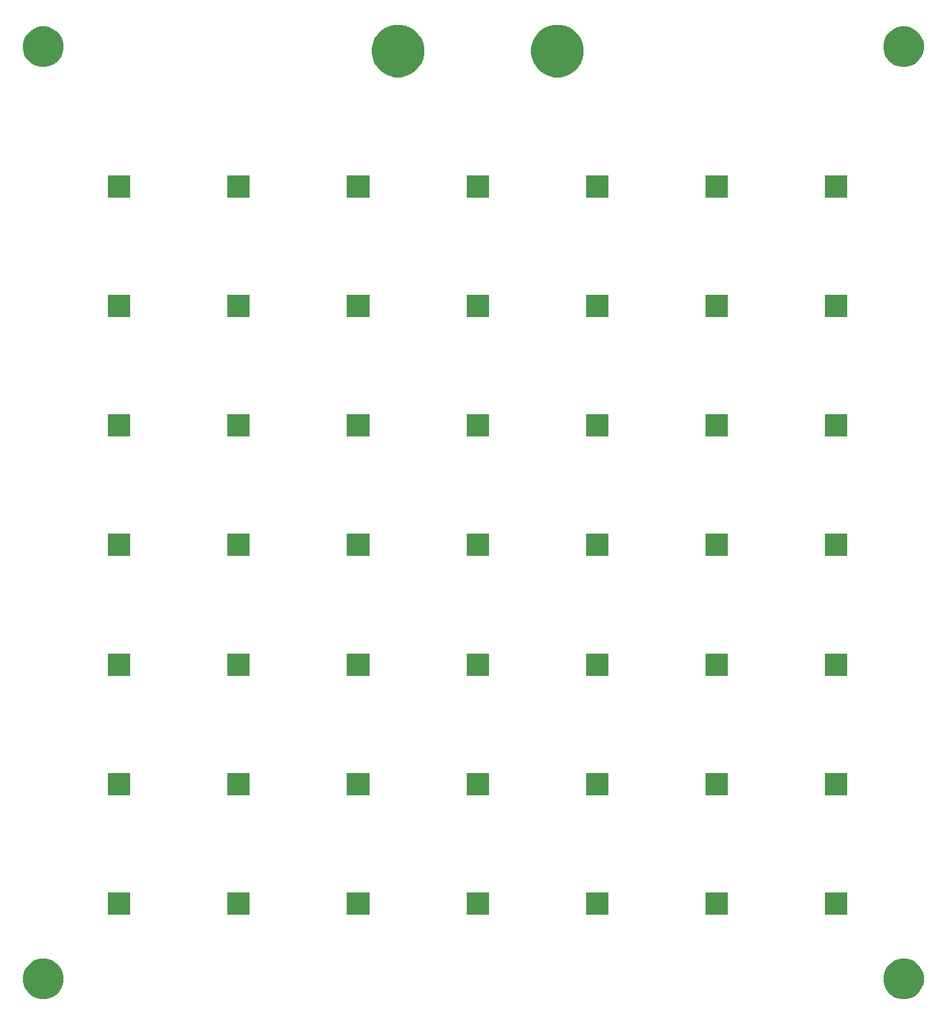
<source format=gbr>
G04 #@! TF.GenerationSoftware,KiCad,Pcbnew,(5.1.4)-1*
G04 #@! TF.CreationDate,2020-03-11T17:01:30-07:00*
G04 #@! TF.ProjectId,mouse led array,6d6f7573-6520-46c6-9564-206172726179,rev?*
G04 #@! TF.SameCoordinates,Original*
G04 #@! TF.FileFunction,Soldermask,Top*
G04 #@! TF.FilePolarity,Negative*
%FSLAX46Y46*%
G04 Gerber Fmt 4.6, Leading zero omitted, Abs format (unit mm)*
G04 Created by KiCad (PCBNEW (5.1.4)-1) date 2020-03-11 17:01:30*
%MOMM*%
%LPD*%
G04 APERTURE LIST*
%ADD10C,0.100000*%
G04 APERTURE END LIST*
D10*
G36*
X144744098Y-140547033D02*
G01*
X145208350Y-140739332D01*
X145208352Y-140739333D01*
X145626168Y-141018509D01*
X145981491Y-141373832D01*
X146260667Y-141791648D01*
X146260668Y-141791650D01*
X146452967Y-142255902D01*
X146551000Y-142748747D01*
X146551000Y-143251253D01*
X146452967Y-143744098D01*
X146260668Y-144208350D01*
X146260667Y-144208352D01*
X145981491Y-144626168D01*
X145626168Y-144981491D01*
X145208352Y-145260667D01*
X145208351Y-145260668D01*
X145208350Y-145260668D01*
X144744098Y-145452967D01*
X144251253Y-145551000D01*
X143748747Y-145551000D01*
X143255902Y-145452967D01*
X142791650Y-145260668D01*
X142791649Y-145260668D01*
X142791648Y-145260667D01*
X142373832Y-144981491D01*
X142018509Y-144626168D01*
X141739333Y-144208352D01*
X141739332Y-144208350D01*
X141547033Y-143744098D01*
X141449000Y-143251253D01*
X141449000Y-142748747D01*
X141547033Y-142255902D01*
X141739332Y-141791650D01*
X141739333Y-141791648D01*
X142018509Y-141373832D01*
X142373832Y-141018509D01*
X142791648Y-140739333D01*
X142791650Y-140739332D01*
X143255902Y-140547033D01*
X143748747Y-140449000D01*
X144251253Y-140449000D01*
X144744098Y-140547033D01*
X144744098Y-140547033D01*
G37*
G36*
X36744098Y-140547033D02*
G01*
X37208350Y-140739332D01*
X37208352Y-140739333D01*
X37626168Y-141018509D01*
X37981491Y-141373832D01*
X38260667Y-141791648D01*
X38260668Y-141791650D01*
X38452967Y-142255902D01*
X38551000Y-142748747D01*
X38551000Y-143251253D01*
X38452967Y-143744098D01*
X38260668Y-144208350D01*
X38260667Y-144208352D01*
X37981491Y-144626168D01*
X37626168Y-144981491D01*
X37208352Y-145260667D01*
X37208351Y-145260668D01*
X37208350Y-145260668D01*
X36744098Y-145452967D01*
X36251253Y-145551000D01*
X35748747Y-145551000D01*
X35255902Y-145452967D01*
X34791650Y-145260668D01*
X34791649Y-145260668D01*
X34791648Y-145260667D01*
X34373832Y-144981491D01*
X34018509Y-144626168D01*
X33739333Y-144208352D01*
X33739332Y-144208350D01*
X33547033Y-143744098D01*
X33449000Y-143251253D01*
X33449000Y-142748747D01*
X33547033Y-142255902D01*
X33739332Y-141791650D01*
X33739333Y-141791648D01*
X34018509Y-141373832D01*
X34373832Y-141018509D01*
X34791648Y-140739333D01*
X34791650Y-140739332D01*
X35255902Y-140547033D01*
X35748747Y-140449000D01*
X36251253Y-140449000D01*
X36744098Y-140547033D01*
X36744098Y-140547033D01*
G37*
G36*
X136925000Y-134941000D02*
G01*
X134123000Y-134941000D01*
X134123000Y-132139000D01*
X136925000Y-132139000D01*
X136925000Y-134941000D01*
X136925000Y-134941000D01*
G37*
G36*
X46925000Y-134941000D02*
G01*
X44123000Y-134941000D01*
X44123000Y-132139000D01*
X46925000Y-132139000D01*
X46925000Y-134941000D01*
X46925000Y-134941000D01*
G37*
G36*
X61925000Y-134941000D02*
G01*
X59123000Y-134941000D01*
X59123000Y-132139000D01*
X61925000Y-132139000D01*
X61925000Y-134941000D01*
X61925000Y-134941000D01*
G37*
G36*
X76925000Y-134941000D02*
G01*
X74123000Y-134941000D01*
X74123000Y-132139000D01*
X76925000Y-132139000D01*
X76925000Y-134941000D01*
X76925000Y-134941000D01*
G37*
G36*
X91925000Y-134941000D02*
G01*
X89123000Y-134941000D01*
X89123000Y-132139000D01*
X91925000Y-132139000D01*
X91925000Y-134941000D01*
X91925000Y-134941000D01*
G37*
G36*
X121925000Y-134941000D02*
G01*
X119123000Y-134941000D01*
X119123000Y-132139000D01*
X121925000Y-132139000D01*
X121925000Y-134941000D01*
X121925000Y-134941000D01*
G37*
G36*
X106925000Y-134941000D02*
G01*
X104123000Y-134941000D01*
X104123000Y-132139000D01*
X106925000Y-132139000D01*
X106925000Y-134941000D01*
X106925000Y-134941000D01*
G37*
G36*
X76925000Y-119941000D02*
G01*
X74123000Y-119941000D01*
X74123000Y-117139000D01*
X76925000Y-117139000D01*
X76925000Y-119941000D01*
X76925000Y-119941000D01*
G37*
G36*
X136925000Y-119941000D02*
G01*
X134123000Y-119941000D01*
X134123000Y-117139000D01*
X136925000Y-117139000D01*
X136925000Y-119941000D01*
X136925000Y-119941000D01*
G37*
G36*
X121925000Y-119941000D02*
G01*
X119123000Y-119941000D01*
X119123000Y-117139000D01*
X121925000Y-117139000D01*
X121925000Y-119941000D01*
X121925000Y-119941000D01*
G37*
G36*
X106925000Y-119941000D02*
G01*
X104123000Y-119941000D01*
X104123000Y-117139000D01*
X106925000Y-117139000D01*
X106925000Y-119941000D01*
X106925000Y-119941000D01*
G37*
G36*
X46925000Y-119941000D02*
G01*
X44123000Y-119941000D01*
X44123000Y-117139000D01*
X46925000Y-117139000D01*
X46925000Y-119941000D01*
X46925000Y-119941000D01*
G37*
G36*
X91925000Y-119941000D02*
G01*
X89123000Y-119941000D01*
X89123000Y-117139000D01*
X91925000Y-117139000D01*
X91925000Y-119941000D01*
X91925000Y-119941000D01*
G37*
G36*
X61925000Y-119941000D02*
G01*
X59123000Y-119941000D01*
X59123000Y-117139000D01*
X61925000Y-117139000D01*
X61925000Y-119941000D01*
X61925000Y-119941000D01*
G37*
G36*
X46925000Y-104941000D02*
G01*
X44123000Y-104941000D01*
X44123000Y-102139000D01*
X46925000Y-102139000D01*
X46925000Y-104941000D01*
X46925000Y-104941000D01*
G37*
G36*
X61925000Y-104941000D02*
G01*
X59123000Y-104941000D01*
X59123000Y-102139000D01*
X61925000Y-102139000D01*
X61925000Y-104941000D01*
X61925000Y-104941000D01*
G37*
G36*
X76925000Y-104941000D02*
G01*
X74123000Y-104941000D01*
X74123000Y-102139000D01*
X76925000Y-102139000D01*
X76925000Y-104941000D01*
X76925000Y-104941000D01*
G37*
G36*
X136925000Y-104941000D02*
G01*
X134123000Y-104941000D01*
X134123000Y-102139000D01*
X136925000Y-102139000D01*
X136925000Y-104941000D01*
X136925000Y-104941000D01*
G37*
G36*
X91925000Y-104941000D02*
G01*
X89123000Y-104941000D01*
X89123000Y-102139000D01*
X91925000Y-102139000D01*
X91925000Y-104941000D01*
X91925000Y-104941000D01*
G37*
G36*
X121925000Y-104941000D02*
G01*
X119123000Y-104941000D01*
X119123000Y-102139000D01*
X121925000Y-102139000D01*
X121925000Y-104941000D01*
X121925000Y-104941000D01*
G37*
G36*
X106925000Y-104941000D02*
G01*
X104123000Y-104941000D01*
X104123000Y-102139000D01*
X106925000Y-102139000D01*
X106925000Y-104941000D01*
X106925000Y-104941000D01*
G37*
G36*
X106925000Y-89941000D02*
G01*
X104123000Y-89941000D01*
X104123000Y-87139000D01*
X106925000Y-87139000D01*
X106925000Y-89941000D01*
X106925000Y-89941000D01*
G37*
G36*
X46925000Y-89941000D02*
G01*
X44123000Y-89941000D01*
X44123000Y-87139000D01*
X46925000Y-87139000D01*
X46925000Y-89941000D01*
X46925000Y-89941000D01*
G37*
G36*
X61925000Y-89941000D02*
G01*
X59123000Y-89941000D01*
X59123000Y-87139000D01*
X61925000Y-87139000D01*
X61925000Y-89941000D01*
X61925000Y-89941000D01*
G37*
G36*
X136925000Y-89941000D02*
G01*
X134123000Y-89941000D01*
X134123000Y-87139000D01*
X136925000Y-87139000D01*
X136925000Y-89941000D01*
X136925000Y-89941000D01*
G37*
G36*
X121925000Y-89941000D02*
G01*
X119123000Y-89941000D01*
X119123000Y-87139000D01*
X121925000Y-87139000D01*
X121925000Y-89941000D01*
X121925000Y-89941000D01*
G37*
G36*
X91925000Y-89941000D02*
G01*
X89123000Y-89941000D01*
X89123000Y-87139000D01*
X91925000Y-87139000D01*
X91925000Y-89941000D01*
X91925000Y-89941000D01*
G37*
G36*
X76925000Y-89941000D02*
G01*
X74123000Y-89941000D01*
X74123000Y-87139000D01*
X76925000Y-87139000D01*
X76925000Y-89941000D01*
X76925000Y-89941000D01*
G37*
G36*
X136925000Y-74941000D02*
G01*
X134123000Y-74941000D01*
X134123000Y-72139000D01*
X136925000Y-72139000D01*
X136925000Y-74941000D01*
X136925000Y-74941000D01*
G37*
G36*
X121925000Y-74941000D02*
G01*
X119123000Y-74941000D01*
X119123000Y-72139000D01*
X121925000Y-72139000D01*
X121925000Y-74941000D01*
X121925000Y-74941000D01*
G37*
G36*
X106925000Y-74941000D02*
G01*
X104123000Y-74941000D01*
X104123000Y-72139000D01*
X106925000Y-72139000D01*
X106925000Y-74941000D01*
X106925000Y-74941000D01*
G37*
G36*
X91925000Y-74941000D02*
G01*
X89123000Y-74941000D01*
X89123000Y-72139000D01*
X91925000Y-72139000D01*
X91925000Y-74941000D01*
X91925000Y-74941000D01*
G37*
G36*
X76925000Y-74941000D02*
G01*
X74123000Y-74941000D01*
X74123000Y-72139000D01*
X76925000Y-72139000D01*
X76925000Y-74941000D01*
X76925000Y-74941000D01*
G37*
G36*
X61925000Y-74941000D02*
G01*
X59123000Y-74941000D01*
X59123000Y-72139000D01*
X61925000Y-72139000D01*
X61925000Y-74941000D01*
X61925000Y-74941000D01*
G37*
G36*
X46925000Y-74941000D02*
G01*
X44123000Y-74941000D01*
X44123000Y-72139000D01*
X46925000Y-72139000D01*
X46925000Y-74941000D01*
X46925000Y-74941000D01*
G37*
G36*
X76925000Y-59941000D02*
G01*
X74123000Y-59941000D01*
X74123000Y-57139000D01*
X76925000Y-57139000D01*
X76925000Y-59941000D01*
X76925000Y-59941000D01*
G37*
G36*
X121925000Y-59941000D02*
G01*
X119123000Y-59941000D01*
X119123000Y-57139000D01*
X121925000Y-57139000D01*
X121925000Y-59941000D01*
X121925000Y-59941000D01*
G37*
G36*
X61925000Y-59941000D02*
G01*
X59123000Y-59941000D01*
X59123000Y-57139000D01*
X61925000Y-57139000D01*
X61925000Y-59941000D01*
X61925000Y-59941000D01*
G37*
G36*
X91925000Y-59941000D02*
G01*
X89123000Y-59941000D01*
X89123000Y-57139000D01*
X91925000Y-57139000D01*
X91925000Y-59941000D01*
X91925000Y-59941000D01*
G37*
G36*
X106925000Y-59941000D02*
G01*
X104123000Y-59941000D01*
X104123000Y-57139000D01*
X106925000Y-57139000D01*
X106925000Y-59941000D01*
X106925000Y-59941000D01*
G37*
G36*
X136925000Y-59941000D02*
G01*
X134123000Y-59941000D01*
X134123000Y-57139000D01*
X136925000Y-57139000D01*
X136925000Y-59941000D01*
X136925000Y-59941000D01*
G37*
G36*
X46917800Y-59935300D02*
G01*
X44115800Y-59935300D01*
X44115800Y-57133300D01*
X46917800Y-57133300D01*
X46917800Y-59935300D01*
X46917800Y-59935300D01*
G37*
G36*
X121925000Y-44941000D02*
G01*
X119123000Y-44941000D01*
X119123000Y-42139000D01*
X121925000Y-42139000D01*
X121925000Y-44941000D01*
X121925000Y-44941000D01*
G37*
G36*
X136925000Y-44941000D02*
G01*
X134123000Y-44941000D01*
X134123000Y-42139000D01*
X136925000Y-42139000D01*
X136925000Y-44941000D01*
X136925000Y-44941000D01*
G37*
G36*
X106925000Y-44941000D02*
G01*
X104123000Y-44941000D01*
X104123000Y-42139000D01*
X106925000Y-42139000D01*
X106925000Y-44941000D01*
X106925000Y-44941000D01*
G37*
G36*
X91925000Y-44941000D02*
G01*
X89123000Y-44941000D01*
X89123000Y-42139000D01*
X91925000Y-42139000D01*
X91925000Y-44941000D01*
X91925000Y-44941000D01*
G37*
G36*
X76925000Y-44941000D02*
G01*
X74123000Y-44941000D01*
X74123000Y-42139000D01*
X76925000Y-42139000D01*
X76925000Y-44941000D01*
X76925000Y-44941000D01*
G37*
G36*
X61925000Y-44941000D02*
G01*
X59123000Y-44941000D01*
X59123000Y-42139000D01*
X61925000Y-42139000D01*
X61925000Y-44941000D01*
X61925000Y-44941000D01*
G37*
G36*
X46925000Y-44941000D02*
G01*
X44123000Y-44941000D01*
X44123000Y-42139000D01*
X46925000Y-42139000D01*
X46925000Y-44941000D01*
X46925000Y-44941000D01*
G37*
G36*
X101486865Y-23365855D02*
G01*
X102087608Y-23614691D01*
X102087610Y-23614692D01*
X102628265Y-23975946D01*
X103088054Y-24435735D01*
X103449308Y-24976390D01*
X103449309Y-24976392D01*
X103698145Y-25577135D01*
X103825000Y-26214879D01*
X103825000Y-26865121D01*
X103698145Y-27502865D01*
X103449309Y-28103608D01*
X103449308Y-28103610D01*
X103088054Y-28644265D01*
X102628265Y-29104054D01*
X102087610Y-29465308D01*
X102087609Y-29465309D01*
X102087608Y-29465309D01*
X101486865Y-29714145D01*
X100849121Y-29841000D01*
X100198879Y-29841000D01*
X99561135Y-29714145D01*
X98960392Y-29465309D01*
X98960391Y-29465309D01*
X98960390Y-29465308D01*
X98419735Y-29104054D01*
X97959946Y-28644265D01*
X97598692Y-28103610D01*
X97598691Y-28103608D01*
X97349855Y-27502865D01*
X97223000Y-26865121D01*
X97223000Y-26214879D01*
X97349855Y-25577135D01*
X97598691Y-24976392D01*
X97598692Y-24976390D01*
X97959946Y-24435735D01*
X98419735Y-23975946D01*
X98960390Y-23614692D01*
X98960392Y-23614691D01*
X99561135Y-23365855D01*
X100198879Y-23239000D01*
X100849121Y-23239000D01*
X101486865Y-23365855D01*
X101486865Y-23365855D01*
G37*
G36*
X81486865Y-23365855D02*
G01*
X82087608Y-23614691D01*
X82087610Y-23614692D01*
X82628265Y-23975946D01*
X83088054Y-24435735D01*
X83449308Y-24976390D01*
X83449309Y-24976392D01*
X83698145Y-25577135D01*
X83825000Y-26214879D01*
X83825000Y-26865121D01*
X83698145Y-27502865D01*
X83449309Y-28103608D01*
X83449308Y-28103610D01*
X83088054Y-28644265D01*
X82628265Y-29104054D01*
X82087610Y-29465308D01*
X82087609Y-29465309D01*
X82087608Y-29465309D01*
X81486865Y-29714145D01*
X80849121Y-29841000D01*
X80198879Y-29841000D01*
X79561135Y-29714145D01*
X78960392Y-29465309D01*
X78960391Y-29465309D01*
X78960390Y-29465308D01*
X78419735Y-29104054D01*
X77959946Y-28644265D01*
X77598692Y-28103610D01*
X77598691Y-28103608D01*
X77349855Y-27502865D01*
X77223000Y-26865121D01*
X77223000Y-26214879D01*
X77349855Y-25577135D01*
X77598691Y-24976392D01*
X77598692Y-24976390D01*
X77959946Y-24435735D01*
X78419735Y-23975946D01*
X78960390Y-23614692D01*
X78960392Y-23614691D01*
X79561135Y-23365855D01*
X80198879Y-23239000D01*
X80849121Y-23239000D01*
X81486865Y-23365855D01*
X81486865Y-23365855D01*
G37*
G36*
X144744098Y-23547033D02*
G01*
X145208350Y-23739332D01*
X145208352Y-23739333D01*
X145626168Y-24018509D01*
X145981491Y-24373832D01*
X146260667Y-24791648D01*
X146260668Y-24791650D01*
X146452967Y-25255902D01*
X146551000Y-25748747D01*
X146551000Y-26251253D01*
X146452967Y-26744098D01*
X146260668Y-27208350D01*
X146260667Y-27208352D01*
X145981491Y-27626168D01*
X145626168Y-27981491D01*
X145208352Y-28260667D01*
X145208351Y-28260668D01*
X145208350Y-28260668D01*
X144744098Y-28452967D01*
X144251253Y-28551000D01*
X143748747Y-28551000D01*
X143255902Y-28452967D01*
X142791650Y-28260668D01*
X142791649Y-28260668D01*
X142791648Y-28260667D01*
X142373832Y-27981491D01*
X142018509Y-27626168D01*
X141739333Y-27208352D01*
X141739332Y-27208350D01*
X141547033Y-26744098D01*
X141449000Y-26251253D01*
X141449000Y-25748747D01*
X141547033Y-25255902D01*
X141739332Y-24791650D01*
X141739333Y-24791648D01*
X142018509Y-24373832D01*
X142373832Y-24018509D01*
X142791648Y-23739333D01*
X142791650Y-23739332D01*
X143255902Y-23547033D01*
X143748747Y-23449000D01*
X144251253Y-23449000D01*
X144744098Y-23547033D01*
X144744098Y-23547033D01*
G37*
G36*
X36744098Y-23547033D02*
G01*
X37208350Y-23739332D01*
X37208352Y-23739333D01*
X37626168Y-24018509D01*
X37981491Y-24373832D01*
X38260667Y-24791648D01*
X38260668Y-24791650D01*
X38452967Y-25255902D01*
X38551000Y-25748747D01*
X38551000Y-26251253D01*
X38452967Y-26744098D01*
X38260668Y-27208350D01*
X38260667Y-27208352D01*
X37981491Y-27626168D01*
X37626168Y-27981491D01*
X37208352Y-28260667D01*
X37208351Y-28260668D01*
X37208350Y-28260668D01*
X36744098Y-28452967D01*
X36251253Y-28551000D01*
X35748747Y-28551000D01*
X35255902Y-28452967D01*
X34791650Y-28260668D01*
X34791649Y-28260668D01*
X34791648Y-28260667D01*
X34373832Y-27981491D01*
X34018509Y-27626168D01*
X33739333Y-27208352D01*
X33739332Y-27208350D01*
X33547033Y-26744098D01*
X33449000Y-26251253D01*
X33449000Y-25748747D01*
X33547033Y-25255902D01*
X33739332Y-24791650D01*
X33739333Y-24791648D01*
X34018509Y-24373832D01*
X34373832Y-24018509D01*
X34791648Y-23739333D01*
X34791650Y-23739332D01*
X35255902Y-23547033D01*
X35748747Y-23449000D01*
X36251253Y-23449000D01*
X36744098Y-23547033D01*
X36744098Y-23547033D01*
G37*
M02*

</source>
